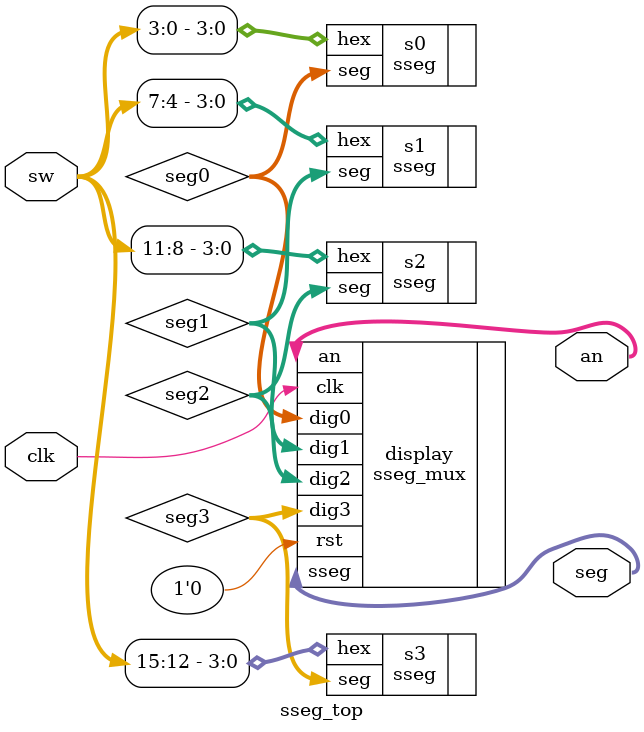
<source format=v>
`timescale 1ns / 1ps


module sseg_top(
    input clk,
    input [15:0] sw,
    output [6:0] seg,
    output [3:0] an
    );
    
    wire [6:0] seg0, seg1, seg2, seg3;
    
    sseg s0(.hex(sw[3:0]), .seg(seg0));     
    sseg s1(.hex(sw[7:4]), .seg(seg1));     
    sseg s2(.hex(sw[11:8]), .seg(seg2));     
    sseg s3(.hex(sw[15:12]), .seg(seg3));     

    sseg_mux display(.clk(clk), .rst(1'b0), .dig0(seg0), .dig1(seg1), .dig2(seg2), .dig3(seg3), .an(an), .sseg(seg));
endmodule
</source>
